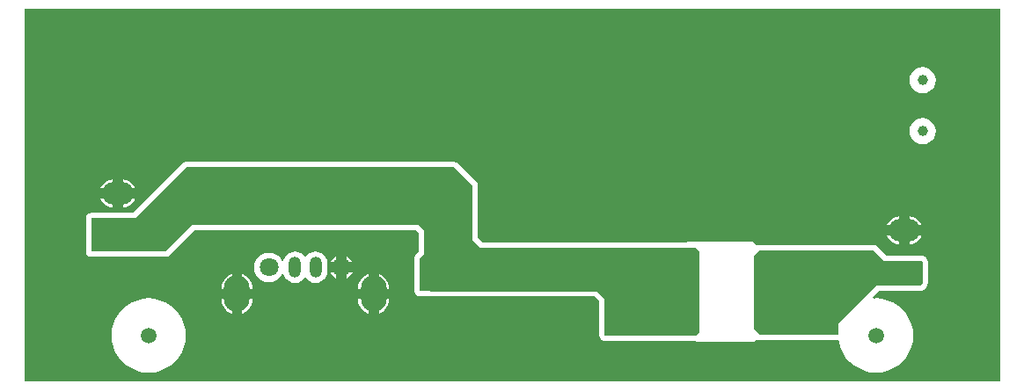
<source format=gtl>
G04*
G04 #@! TF.GenerationSoftware,Altium Limited,Altium Designer,18.1.9 (240)*
G04*
G04 Layer_Physical_Order=1*
G04 Layer_Color=255*
%FSLAX25Y25*%
%MOIN*%
G70*
G01*
G75*
%ADD10C,0.01000*%
%ADD20R,0.30000X0.32000*%
%ADD21R,0.26000X0.12620*%
%ADD22R,0.12000X0.31315*%
%ADD23R,0.83000X0.16500*%
%ADD24R,0.09250X0.20500*%
%ADD25R,0.16000X0.16500*%
%ADD26C,0.03937*%
%ADD27O,0.11811X0.08661*%
%ADD28C,0.05906*%
%ADD29O,0.05906X0.25591*%
%ADD30O,0.04724X0.07874*%
%ADD31C,0.07087*%
%ADD32O,0.09843X0.13780*%
%ADD33O,0.09843X0.13780*%
%ADD34C,0.02800*%
G36*
X371876Y2139D02*
X2139D01*
Y143530D01*
X371876D01*
Y2139D01*
D02*
G37*
%LPC*%
G36*
X342500Y121495D02*
X341207Y121325D01*
X340002Y120826D01*
X338968Y120032D01*
X338174Y118998D01*
X337675Y117793D01*
X337505Y116500D01*
X337675Y115207D01*
X338174Y114002D01*
X338968Y112968D01*
X340002Y112174D01*
X341207Y111675D01*
X342500Y111504D01*
X343793Y111675D01*
X344998Y112174D01*
X346032Y112968D01*
X346826Y114002D01*
X347325Y115207D01*
X347496Y116500D01*
X347325Y117793D01*
X346826Y118998D01*
X346032Y120032D01*
X344998Y120826D01*
X343793Y121325D01*
X342500Y121495D01*
D02*
G37*
G36*
Y102204D02*
X341207Y102034D01*
X340002Y101535D01*
X338968Y100741D01*
X338174Y99706D01*
X337675Y98502D01*
X337505Y97209D01*
X337675Y95916D01*
X338174Y94711D01*
X338968Y93676D01*
X340002Y92882D01*
X341207Y92383D01*
X342500Y92213D01*
X343793Y92383D01*
X344998Y92882D01*
X346032Y93676D01*
X346826Y94711D01*
X347325Y95916D01*
X347496Y97209D01*
X347325Y98502D01*
X346826Y99706D01*
X346032Y100741D01*
X344998Y101535D01*
X343793Y102034D01*
X342500Y102204D01*
D02*
G37*
G36*
X63405Y85539D02*
X63404Y85539D01*
X63402Y85539D01*
X63014Y85461D01*
X62625Y85384D01*
X62624Y85383D01*
X62622Y85383D01*
X62295Y85163D01*
X61963Y84942D01*
X61963Y84941D01*
X61961Y84940D01*
X43236Y66159D01*
X27500D01*
X26720Y66004D01*
X26058Y65562D01*
X25616Y64900D01*
X25461Y64120D01*
Y51500D01*
X25616Y50720D01*
X26058Y50058D01*
X26720Y49616D01*
X27500Y49461D01*
X53500D01*
X53500Y49461D01*
X55707D01*
X56488Y49616D01*
X57149Y50058D01*
X66552Y59461D01*
X150655Y59461D01*
X151461Y58655D01*
Y51345D01*
X150558Y50442D01*
X150116Y49780D01*
X149961Y49000D01*
Y36500D01*
X150116Y35720D01*
X150558Y35058D01*
X151220Y34616D01*
X152000Y34461D01*
X157500D01*
X157500Y34461D01*
X157500Y34461D01*
X159000D01*
X159000Y34461D01*
X172000Y34461D01*
X218155D01*
X219961Y32655D01*
Y19685D01*
X219961Y19685D01*
X220116Y18905D01*
X220558Y18243D01*
X220743Y18058D01*
X221405Y17616D01*
X222185Y17461D01*
X256500D01*
X256686Y17274D01*
X278878D01*
X279720Y18116D01*
X280500Y17961D01*
X310500D01*
X310856Y17692D01*
X310872Y17479D01*
X311389Y15326D01*
X312236Y13282D01*
X313392Y11395D01*
X314830Y9712D01*
X316513Y8274D01*
X318400Y7118D01*
X320445Y6271D01*
X322597Y5754D01*
X324803Y5581D01*
X327010Y5754D01*
X329162Y6271D01*
X331206Y7118D01*
X333094Y8274D01*
X334776Y9712D01*
X336214Y11395D01*
X337370Y13282D01*
X338217Y15326D01*
X338734Y17479D01*
X338908Y19685D01*
X338734Y21892D01*
X338217Y24044D01*
X337370Y26088D01*
X336214Y27975D01*
X334776Y29658D01*
X333094Y31096D01*
X331206Y32252D01*
X329162Y33099D01*
X327010Y33616D01*
X324803Y33790D01*
X323739Y33706D01*
X323530Y34160D01*
X325845Y36475D01*
X341500Y36475D01*
X342280Y36630D01*
X342942Y37072D01*
X343942Y38072D01*
X344384Y38733D01*
X344539Y39514D01*
Y47514D01*
X344539Y47514D01*
X344539Y47514D01*
X344455Y47936D01*
X344384Y48294D01*
X344384Y48294D01*
X344384Y48294D01*
X344162Y48627D01*
X343942Y48956D01*
X343942Y48956D01*
X343942Y48956D01*
X343442Y49456D01*
X343442Y49456D01*
X343442Y49456D01*
X343442Y49456D01*
X343138Y49659D01*
X342780Y49898D01*
X342780Y49898D01*
X342780Y49898D01*
X342378Y49978D01*
X342000Y50053D01*
X328595Y50053D01*
X325206Y53442D01*
X324544Y53884D01*
X323764Y54039D01*
X280500D01*
X279720Y53884D01*
X278311Y55293D01*
X254331D01*
X254000Y55293D01*
X254000Y55293D01*
X253500Y55500D01*
X253500Y55500D01*
X253327Y55082D01*
X252500D01*
X252309Y55044D01*
X252115Y55045D01*
X252100Y55039D01*
X175841D01*
X174039Y56841D01*
X174039Y76500D01*
X173884Y77280D01*
X173442Y77942D01*
X166442Y84942D01*
X166442Y84942D01*
X165780Y85384D01*
X165000Y85539D01*
X63405Y85539D01*
D02*
G37*
G36*
X39469Y78868D02*
Y75511D01*
X44029D01*
X43731Y76231D01*
X42877Y77345D01*
X41763Y78199D01*
X40466Y78736D01*
X39469Y78868D01*
D02*
G37*
G36*
X35532Y78868D02*
X34534Y78736D01*
X33237Y78199D01*
X32123Y77345D01*
X31269Y76231D01*
X30971Y75511D01*
X35532D01*
Y78868D01*
D02*
G37*
G36*
X44029Y71574D02*
X39469D01*
Y68218D01*
X40466Y68349D01*
X41763Y68887D01*
X42877Y69741D01*
X43731Y70855D01*
X44029Y71574D01*
D02*
G37*
G36*
X35532D02*
X30971D01*
X31269Y70855D01*
X32123Y69741D01*
X33237Y68887D01*
X34534Y68349D01*
X35532Y68218D01*
Y71574D01*
D02*
G37*
G36*
X337469Y64825D02*
Y61468D01*
X342029D01*
X341731Y62188D01*
X340877Y63302D01*
X339763Y64156D01*
X338466Y64693D01*
X337469Y64825D01*
D02*
G37*
G36*
X333531D02*
X332534Y64693D01*
X331237Y64156D01*
X330123Y63302D01*
X329269Y62188D01*
X328971Y61468D01*
X333531D01*
Y64825D01*
D02*
G37*
G36*
X342029Y57531D02*
X337469D01*
Y54175D01*
X338466Y54307D01*
X339763Y54844D01*
X340877Y55698D01*
X341731Y56812D01*
X342029Y57531D01*
D02*
G37*
G36*
X333531D02*
X328971D01*
X329269Y56812D01*
X330123Y55698D01*
X331237Y54844D01*
X332534Y54307D01*
X333531Y54175D01*
Y57531D01*
D02*
G37*
G36*
X104626Y51475D02*
X103487Y51325D01*
X102426Y50885D01*
X101515Y50186D01*
X100816Y49275D01*
X100376Y48214D01*
X100334Y47892D01*
X99821Y47825D01*
X99625Y48296D01*
X98737Y49453D01*
X97579Y50342D01*
X96231Y50901D01*
X94784Y51091D01*
X93336Y50901D01*
X91988Y50342D01*
X90830Y49453D01*
X89941Y48296D01*
X89383Y46947D01*
X89192Y45500D01*
X89383Y44053D01*
X89941Y42704D01*
X90830Y41546D01*
X91988Y40658D01*
X93336Y40099D01*
X94784Y39909D01*
X96231Y40099D01*
X97579Y40658D01*
X98737Y41546D01*
X99625Y42704D01*
X99821Y43175D01*
X100334Y43108D01*
X100376Y42786D01*
X100816Y41725D01*
X101515Y40814D01*
X102426Y40115D01*
X103487Y39675D01*
X104626Y39525D01*
X105765Y39675D01*
X106826Y40115D01*
X107737Y40814D01*
X108263Y41499D01*
X108280Y41508D01*
X108846D01*
X108863Y41499D01*
X109389Y40814D01*
X110300Y40115D01*
X111361Y39675D01*
X112500Y39525D01*
X113639Y39675D01*
X114700Y40115D01*
X115611Y40814D01*
X116310Y41725D01*
X116750Y42786D01*
X116900Y43925D01*
Y47075D01*
X116750Y48214D01*
X116310Y49275D01*
X115611Y50186D01*
X114700Y50885D01*
X113639Y51325D01*
X112500Y51475D01*
X111361Y51325D01*
X110300Y50885D01*
X109389Y50186D01*
X108863Y49501D01*
X108846Y49492D01*
X108280D01*
X108263Y49501D01*
X107737Y50186D01*
X106826Y50885D01*
X105765Y51325D01*
X104626Y51475D01*
D02*
G37*
G36*
X124311Y49602D02*
Y47468D01*
X126445D01*
X126311Y47791D01*
X125583Y48740D01*
X124634Y49469D01*
X124311Y49602D01*
D02*
G37*
G36*
X120374Y49602D02*
X120051Y49469D01*
X119102Y48740D01*
X118374Y47791D01*
X118240Y47468D01*
X120374D01*
Y49602D01*
D02*
G37*
G36*
X126445Y43531D02*
X124311D01*
Y41398D01*
X124634Y41532D01*
X125583Y42260D01*
X126311Y43209D01*
X126445Y43531D01*
D02*
G37*
G36*
X120374D02*
X118240D01*
X118374Y43209D01*
X119102Y42260D01*
X120051Y41532D01*
X120374Y41398D01*
Y43531D01*
D02*
G37*
G36*
X136398Y43020D02*
Y37429D01*
X140379D01*
X140265Y38590D01*
X139926Y39706D01*
X139376Y40735D01*
X138636Y41636D01*
X137735Y42376D01*
X136706Y42926D01*
X136398Y43020D01*
D02*
G37*
G36*
X132460Y43020D02*
X132152Y42926D01*
X131123Y42376D01*
X130222Y41636D01*
X129482Y40735D01*
X128932Y39706D01*
X128594Y38590D01*
X128479Y37429D01*
X132460D01*
Y43020D01*
D02*
G37*
G36*
X84665Y43020D02*
Y37429D01*
X88647D01*
X88532Y38590D01*
X88194Y39706D01*
X87644Y40735D01*
X86904Y41636D01*
X86002Y42376D01*
X84974Y42926D01*
X84665Y43020D01*
D02*
G37*
G36*
X80728Y43020D02*
X80420Y42926D01*
X79391Y42376D01*
X78490Y41636D01*
X77750Y40735D01*
X77200Y39706D01*
X76861Y38590D01*
X76747Y37429D01*
X80728D01*
Y43020D01*
D02*
G37*
G36*
X132460Y33492D02*
X128479D01*
Y33492D01*
X128594Y32331D01*
X128932Y31215D01*
X129482Y30187D01*
X130222Y29285D01*
X131123Y28545D01*
X132152Y27995D01*
X132460Y27902D01*
Y33492D01*
D02*
G37*
G36*
X88647Y33492D02*
X84665D01*
Y27902D01*
X84974Y27995D01*
X86002Y28545D01*
X86904Y29285D01*
X87644Y30187D01*
X88194Y31215D01*
X88532Y32331D01*
X88647Y33492D01*
Y33492D01*
D02*
G37*
G36*
X80728D02*
X76747D01*
Y33492D01*
X76861Y32331D01*
X77200Y31215D01*
X77750Y30187D01*
X78490Y29285D01*
X79391Y28545D01*
X80420Y27995D01*
X80728Y27902D01*
Y33492D01*
D02*
G37*
G36*
X140379Y33492D02*
X136398D01*
Y27902D01*
X136706Y27995D01*
X137735Y28545D01*
X138636Y29285D01*
X139376Y30187D01*
X139926Y31215D01*
X140265Y32331D01*
X140379Y33492D01*
Y33492D01*
D02*
G37*
G36*
X49213Y33790D02*
X47006Y33616D01*
X44854Y33099D01*
X42809Y32252D01*
X40922Y31096D01*
X39239Y29658D01*
X37802Y27975D01*
X36645Y26088D01*
X35798Y24044D01*
X35282Y21892D01*
X35108Y19685D01*
X35282Y17479D01*
X35798Y15326D01*
X36645Y13282D01*
X37802Y11395D01*
X39239Y9712D01*
X40922Y8274D01*
X42809Y7118D01*
X44854Y6271D01*
X47006Y5754D01*
X49213Y5581D01*
X51419Y5754D01*
X53571Y6271D01*
X55616Y7118D01*
X57503Y8274D01*
X59186Y9712D01*
X60623Y11395D01*
X61780Y13282D01*
X62627Y15326D01*
X63143Y17479D01*
X63317Y19685D01*
X63143Y21892D01*
X62627Y24044D01*
X61780Y26088D01*
X60623Y27975D01*
X59186Y29658D01*
X57503Y31096D01*
X55616Y32252D01*
X53571Y33099D01*
X51419Y33616D01*
X49213Y33790D01*
D02*
G37*
%LPD*%
G36*
X327750Y48014D02*
X342000Y48014D01*
X342500Y47514D01*
Y39514D01*
X341500Y38514D01*
X325000Y38514D01*
X307000Y20514D01*
X307000Y47514D01*
X306500Y48014D01*
X309000D01*
Y51000D01*
X309250Y52000D01*
X323764D01*
X327750Y48014D01*
D02*
G37*
G36*
X165000Y83500D02*
X172000Y76500D01*
X172000Y55996D01*
X176996Y51000D01*
Y47075D01*
X173925D01*
X172000Y49000D01*
X172000Y36500D01*
X159000Y36500D01*
X159000Y49500D01*
X157500D01*
X157000Y50000D01*
X158000Y47000D01*
Y37000D01*
X157500Y36500D01*
X152000D01*
Y49000D01*
X156000Y53000D01*
Y53043D01*
X157978Y55021D01*
X151500Y61500D01*
X65707Y61500D01*
X55707Y51500D01*
X31500Y51500D01*
X31500Y61500D01*
X34000Y64000D01*
X43963Y64000D01*
X63405Y83500D01*
X165000Y83500D01*
D02*
G37*
G36*
X258000Y51500D02*
Y21000D01*
X256500Y19500D01*
X222185D01*
X222000Y19685D01*
Y33500D01*
X218500Y37000D01*
X213000Y42000D01*
X237500D01*
X238500Y41000D01*
Y40500D01*
X244000D01*
X252500Y53043D01*
X256457D01*
X258000Y51500D01*
D02*
G37*
G36*
X285500Y51000D02*
Y20000D01*
X280750D01*
X278500Y22250D01*
Y50000D01*
X280500Y52000D01*
X281500D01*
X285500Y51000D01*
D02*
G37*
D10*
X59000Y73000D02*
X156500D01*
X43543Y57543D02*
X59000Y73000D01*
X37500Y57543D02*
X43543D01*
X166000Y38500D02*
Y63500D01*
X156500Y73000D02*
X166000Y63500D01*
D20*
X295500Y36000D02*
D03*
D21*
X40500Y57810D02*
D03*
D22*
X229500Y35342D02*
D03*
D23*
X212500Y44750D02*
D03*
D24*
X158125Y53750D02*
D03*
D25*
X164000Y44750D02*
D03*
D26*
X342500Y97209D02*
D03*
Y116500D02*
D03*
D27*
X37500Y73543D02*
D03*
Y57543D02*
D03*
X335500Y59500D02*
D03*
Y43500D02*
D03*
D28*
X324803Y19685D02*
D03*
X49213D02*
D03*
D29*
X227748Y38620D02*
D03*
X303748D02*
D03*
D30*
X112500Y45500D02*
D03*
X104626Y45500D02*
D03*
D31*
X94784D02*
D03*
X122343D02*
D03*
D32*
X134429Y35461D02*
D03*
D33*
X82697D02*
D03*
D34*
X293500Y36310D02*
D03*
X294249Y26088D02*
D03*
X294000Y31294D02*
D03*
X288996Y25984D02*
D03*
Y36310D02*
D03*
X188000Y45783D02*
D03*
X182000Y46114D02*
D03*
X176500D02*
D03*
X172000Y45874D02*
D03*
X184500Y27000D02*
D03*
Y21000D02*
D03*
Y16000D02*
D03*
X178000D02*
D03*
X249004Y50000D02*
D03*
X288996Y30959D02*
D03*
X25496Y18935D02*
D03*
Y14805D02*
D03*
X93996Y21000D02*
D03*
X94000Y17000D02*
D03*
X138982D02*
D03*
X138978Y21000D02*
D03*
X284250Y26000D02*
D03*
X222000Y58000D02*
D03*
X188500Y16000D02*
D03*
X269500Y7750D02*
D03*
Y12000D02*
D03*
X274496D02*
D03*
Y7750D02*
D03*
X260000D02*
D03*
Y12000D02*
D03*
X264996D02*
D03*
Y7750D02*
D03*
X225174Y65000D02*
D03*
X225500Y60500D02*
D03*
X216000Y58000D02*
D03*
X220500Y61000D02*
D03*
X17500Y68250D02*
D03*
X17315Y72500D02*
D03*
X17500Y76500D02*
D03*
X22496D02*
D03*
X22500Y72500D02*
D03*
X22496Y68250D02*
D03*
X8000D02*
D03*
X7815Y72500D02*
D03*
X8000Y76500D02*
D03*
X12996D02*
D03*
X13000Y72500D02*
D03*
X12996Y68250D02*
D03*
X299225Y80949D02*
D03*
Y92000D02*
D03*
X304221D02*
D03*
X304410Y80949D02*
D03*
X289725D02*
D03*
Y92000D02*
D03*
X294721D02*
D03*
X294910Y80949D02*
D03*
X275500Y80758D02*
D03*
Y92000D02*
D03*
X280496D02*
D03*
X280685Y80758D02*
D03*
X266000D02*
D03*
Y92000D02*
D03*
X270996D02*
D03*
X271185Y80758D02*
D03*
X172500Y16000D02*
D03*
X178000Y27000D02*
D03*
Y21500D02*
D03*
X172500Y27000D02*
D03*
Y21500D02*
D03*
X188500Y27000D02*
D03*
Y21250D02*
D03*
X368000Y9712D02*
D03*
X364250D02*
D03*
X368000Y14500D02*
D03*
X364250Y14447D02*
D03*
X133797Y17000D02*
D03*
X133982Y21000D02*
D03*
X124297Y17000D02*
D03*
X124482Y21000D02*
D03*
X129478D02*
D03*
X129482Y17000D02*
D03*
X88815D02*
D03*
X89000Y21000D02*
D03*
X79315Y17000D02*
D03*
X79500Y21000D02*
D03*
X84496D02*
D03*
X84500Y17000D02*
D03*
X20500Y15185D02*
D03*
Y18935D02*
D03*
X11000Y15185D02*
D03*
Y18935D02*
D03*
X15996D02*
D03*
Y14805D02*
D03*
X26815Y128116D02*
D03*
X27000Y132116D02*
D03*
X31996D02*
D03*
X32000Y128116D02*
D03*
X17315D02*
D03*
X17500Y132116D02*
D03*
X22496D02*
D03*
X22500Y128116D02*
D03*
X54106Y57543D02*
D03*
X50500D02*
D03*
X54000Y54000D02*
D03*
X54106Y61500D02*
D03*
X50500Y54000D02*
D03*
X50441Y61500D02*
D03*
X46000Y57500D02*
D03*
X44320Y61500D02*
D03*
Y54000D02*
D03*
X154098Y38620D02*
D03*
X326500Y42750D02*
D03*
Y46114D02*
D03*
X209500Y38134D02*
D03*
X209504Y46514D02*
D03*
X209500Y50514D02*
D03*
X204504D02*
D03*
X204319Y46514D02*
D03*
X204504Y38514D02*
D03*
X219000Y38134D02*
D03*
X219004Y46514D02*
D03*
X219000Y50514D02*
D03*
X214004D02*
D03*
X213819Y46514D02*
D03*
X214004Y38514D02*
D03*
X239500Y25000D02*
D03*
X239504Y29250D02*
D03*
X239500Y33250D02*
D03*
X234504D02*
D03*
X234319Y29250D02*
D03*
X234504Y25000D02*
D03*
X249000D02*
D03*
X249004Y29250D02*
D03*
X249000Y33250D02*
D03*
X244004D02*
D03*
X243819Y29250D02*
D03*
X244004Y25000D02*
D03*
X239500Y41750D02*
D03*
X239504Y46000D02*
D03*
X239500Y50000D02*
D03*
X234504D02*
D03*
X234319Y46000D02*
D03*
X234504Y41750D02*
D03*
X249000D02*
D03*
X249004Y46000D02*
D03*
X244004Y50000D02*
D03*
X243819Y46000D02*
D03*
X244004Y41750D02*
D03*
X309250Y30004D02*
D03*
X313500Y34500D02*
D03*
X309250Y34504D02*
D03*
X284250Y30996D02*
D03*
X293315Y44250D02*
D03*
X293500Y48250D02*
D03*
X284000Y36250D02*
D03*
X283815Y44250D02*
D03*
X284000Y48250D02*
D03*
X288996D02*
D03*
X289000Y44250D02*
D03*
X188000Y38500D02*
D03*
Y51000D02*
D03*
X182000Y38500D02*
D03*
X176996Y38620D02*
D03*
Y51000D02*
D03*
X182000D02*
D03*
X172000D02*
D03*
Y39000D02*
D03*
X159000Y50000D02*
D03*
X155342D02*
D03*
X158500Y38620D02*
D03*
Y43000D02*
D03*
X154000Y42750D02*
D03*
X158500Y47000D02*
D03*
X154000D02*
D03*
M02*

</source>
